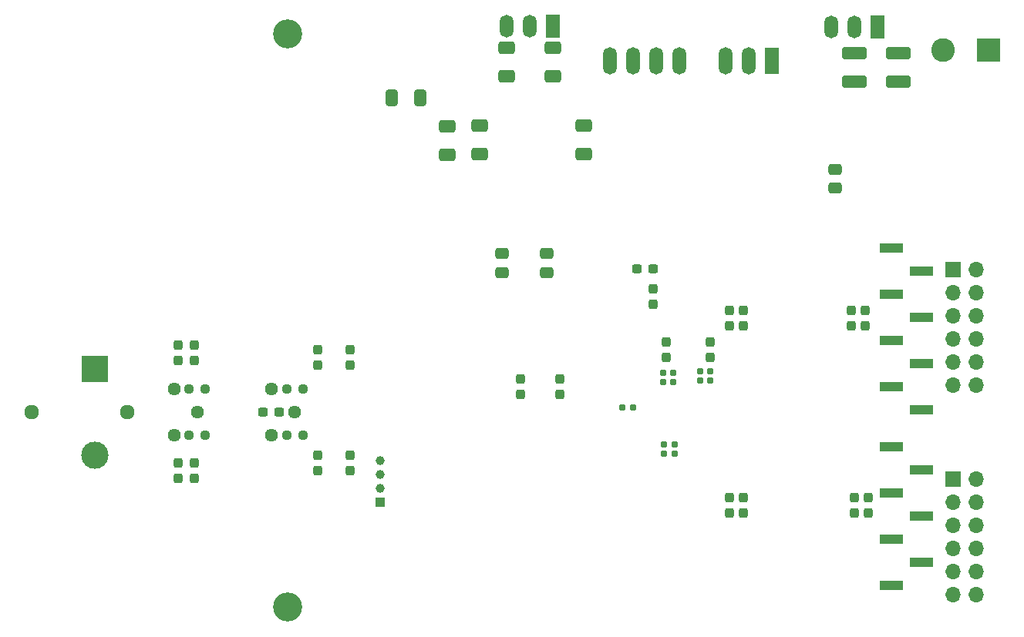
<source format=gbr>
G04 #@! TF.GenerationSoftware,KiCad,Pcbnew,8.0.4*
G04 #@! TF.CreationDate,2024-09-02T12:19:08+02:00*
G04 #@! TF.ProjectId,AD4030-Voltage,41443430-3330-42d5-966f-6c746167652e,rev?*
G04 #@! TF.SameCoordinates,Original*
G04 #@! TF.FileFunction,Soldermask,Bot*
G04 #@! TF.FilePolarity,Negative*
%FSLAX46Y46*%
G04 Gerber Fmt 4.6, Leading zero omitted, Abs format (unit mm)*
G04 Created by KiCad (PCBNEW 8.0.4) date 2024-09-02 12:19:08*
%MOMM*%
%LPD*%
G01*
G04 APERTURE LIST*
G04 Aperture macros list*
%AMRoundRect*
0 Rectangle with rounded corners*
0 $1 Rounding radius*
0 $2 $3 $4 $5 $6 $7 $8 $9 X,Y pos of 4 corners*
0 Add a 4 corners polygon primitive as box body*
4,1,4,$2,$3,$4,$5,$6,$7,$8,$9,$2,$3,0*
0 Add four circle primitives for the rounded corners*
1,1,$1+$1,$2,$3*
1,1,$1+$1,$4,$5*
1,1,$1+$1,$6,$7*
1,1,$1+$1,$8,$9*
0 Add four rect primitives between the rounded corners*
20,1,$1+$1,$2,$3,$4,$5,0*
20,1,$1+$1,$4,$5,$6,$7,0*
20,1,$1+$1,$6,$7,$8,$9,0*
20,1,$1+$1,$8,$9,$2,$3,0*%
%AMFreePoly0*
4,1,29,0.178017,0.779942,0.347107,0.720775,0.498792,0.625465,0.625465,0.498792,0.720775,0.347107,0.779942,0.178017,0.800000,0.000000,0.779942,-0.178017,0.720775,-0.347107,0.625465,-0.498792,0.498792,-0.625465,0.347107,-0.720775,0.178017,-0.779942,0.000000,-0.800000,-0.178017,-0.779942,-0.347107,-0.720775,-0.498792,-0.625465,-0.625465,-0.498792,-0.720775,-0.347107,-0.779942,-0.178017,
-0.800000,0.000000,-0.779942,0.178017,-0.720775,0.347107,-0.625465,0.498792,-0.498792,0.625465,-0.347107,0.720775,-0.178017,0.779942,0.000000,0.800000,0.178017,0.779942,0.178017,0.779942,$1*%
G04 Aperture macros list end*
%ADD10C,1.440000*%
%ADD11R,1.500000X3.000000*%
%ADD12O,1.500000X3.000000*%
%ADD13R,1.000000X1.000000*%
%ADD14C,1.000000*%
%ADD15C,3.200000*%
%ADD16R,2.600000X2.600000*%
%ADD17C,2.600000*%
%ADD18R,1.500000X2.500000*%
%ADD19O,1.500000X2.500000*%
%ADD20R,1.700000X1.700000*%
%ADD21O,1.700000X1.700000*%
%ADD22FreePoly0,270.000000*%
%ADD23R,3.000000X3.000000*%
%ADD24C,3.000000*%
%ADD25RoundRect,0.237500X0.237500X-0.300000X0.237500X0.300000X-0.237500X0.300000X-0.237500X-0.300000X0*%
%ADD26RoundRect,0.160000X-0.197500X-0.160000X0.197500X-0.160000X0.197500X0.160000X-0.197500X0.160000X0*%
%ADD27RoundRect,0.237500X0.250000X0.237500X-0.250000X0.237500X-0.250000X-0.237500X0.250000X-0.237500X0*%
%ADD28RoundRect,0.250000X0.412500X0.650000X-0.412500X0.650000X-0.412500X-0.650000X0.412500X-0.650000X0*%
%ADD29RoundRect,0.155000X0.212500X0.155000X-0.212500X0.155000X-0.212500X-0.155000X0.212500X-0.155000X0*%
%ADD30RoundRect,0.237500X-0.237500X0.300000X-0.237500X-0.300000X0.237500X-0.300000X0.237500X0.300000X0*%
%ADD31RoundRect,0.250000X-0.650000X0.412500X-0.650000X-0.412500X0.650000X-0.412500X0.650000X0.412500X0*%
%ADD32R,2.510000X1.000000*%
%ADD33RoundRect,0.250000X1.100000X-0.412500X1.100000X0.412500X-1.100000X0.412500X-1.100000X-0.412500X0*%
%ADD34RoundRect,0.250000X0.475000X-0.337500X0.475000X0.337500X-0.475000X0.337500X-0.475000X-0.337500X0*%
%ADD35RoundRect,0.237500X-0.250000X-0.237500X0.250000X-0.237500X0.250000X0.237500X-0.250000X0.237500X0*%
%ADD36RoundRect,0.237500X0.300000X0.237500X-0.300000X0.237500X-0.300000X-0.237500X0.300000X-0.237500X0*%
%ADD37RoundRect,0.250000X-0.475000X0.337500X-0.475000X-0.337500X0.475000X-0.337500X0.475000X0.337500X0*%
G04 APERTURE END LIST*
D10*
G04 #@! TO.C,RV201*
X97536000Y-102489000D03*
X100076000Y-105029000D03*
X97536000Y-107569000D03*
G04 #@! TD*
D11*
G04 #@! TO.C,U503*
X163123500Y-66400000D03*
D12*
X160583500Y-66400000D03*
X158043500Y-66400000D03*
X152963500Y-66400000D03*
X150423500Y-66400000D03*
X147883500Y-66400000D03*
X145343500Y-66400000D03*
G04 #@! TD*
D13*
G04 #@! TO.C,K201*
X120142000Y-114935000D03*
D14*
X120142000Y-113415000D03*
X120142000Y-111895000D03*
X120142000Y-110375000D03*
G04 #@! TD*
D15*
G04 #@! TO.C,H102*
X110000000Y-126500000D03*
G04 #@! TD*
D16*
G04 #@! TO.C,J501*
X186904000Y-65227000D03*
D17*
X181904000Y-65227000D03*
G04 #@! TD*
D18*
G04 #@! TO.C,U502*
X174752000Y-62682500D03*
D19*
X172212000Y-62682500D03*
X169672000Y-62682500D03*
G04 #@! TD*
D10*
G04 #@! TO.C,RV202*
X108204000Y-102489000D03*
X110744000Y-105029000D03*
X108204000Y-107569000D03*
G04 #@! TD*
D15*
G04 #@! TO.C,H101*
X110000000Y-63500000D03*
G04 #@! TD*
D18*
G04 #@! TO.C,U507*
X139065000Y-62611000D03*
D19*
X136525000Y-62611000D03*
X133985000Y-62611000D03*
G04 #@! TD*
D20*
G04 #@! TO.C,J403*
X183007000Y-89408000D03*
D21*
X185547000Y-89408000D03*
X183007000Y-91948000D03*
X185547000Y-91948000D03*
X183007000Y-94488000D03*
X185547000Y-94488000D03*
X183007000Y-97028000D03*
X185547000Y-97028000D03*
X183007000Y-99568000D03*
X185547000Y-99568000D03*
X183007000Y-102108000D03*
X185547000Y-102108000D03*
G04 #@! TD*
D22*
G04 #@! TO.C,J201*
X92373000Y-105029000D03*
X81873000Y-105029000D03*
D23*
X88773000Y-100269000D03*
D24*
X88773000Y-109789000D03*
G04 #@! TD*
D20*
G04 #@! TO.C,J404*
X183007000Y-112408000D03*
D21*
X185547000Y-112408000D03*
X183007000Y-114948000D03*
X185547000Y-114948000D03*
X183007000Y-117488000D03*
X185547000Y-117488000D03*
X183007000Y-120028000D03*
X185547000Y-120028000D03*
X183007000Y-122568000D03*
X185547000Y-122568000D03*
X183007000Y-125108000D03*
X185547000Y-125108000D03*
G04 #@! TD*
D25*
G04 #@! TO.C,C229*
X135509000Y-103097500D03*
X135509000Y-101372500D03*
G04 #@! TD*
G04 #@! TO.C,C208*
X116840000Y-99922500D03*
X116840000Y-98197500D03*
G04 #@! TD*
D26*
G04 #@! TO.C,R304*
X146722500Y-104521000D03*
X147917500Y-104521000D03*
G04 #@! TD*
D27*
G04 #@! TO.C,R213*
X111693500Y-102489000D03*
X109868500Y-102489000D03*
G04 #@! TD*
D28*
G04 #@! TO.C,C504*
X124498500Y-70485000D03*
X121373500Y-70485000D03*
G04 #@! TD*
D29*
G04 #@! TO.C,C309*
X152332500Y-100711000D03*
X151197500Y-100711000D03*
G04 #@! TD*
G04 #@! TO.C,C305*
X156396500Y-101600000D03*
X155261500Y-101600000D03*
G04 #@! TD*
D30*
G04 #@! TO.C,C224*
X116840000Y-109754500D03*
X116840000Y-111479500D03*
G04 #@! TD*
D25*
G04 #@! TO.C,C402*
X160020000Y-116178500D03*
X160020000Y-114453500D03*
G04 #@! TD*
D30*
G04 #@! TO.C,C219*
X97917000Y-97689500D03*
X97917000Y-99414500D03*
G04 #@! TD*
D31*
G04 #@! TO.C,C523*
X131064000Y-73589000D03*
X131064000Y-76714000D03*
G04 #@! TD*
D30*
G04 #@! TO.C,C216*
X99695000Y-97689500D03*
X99695000Y-99414500D03*
G04 #@! TD*
D29*
G04 #@! TO.C,C306*
X152332500Y-101727000D03*
X151197500Y-101727000D03*
G04 #@! TD*
D30*
G04 #@! TO.C,C408*
X173355000Y-93879500D03*
X173355000Y-95604500D03*
G04 #@! TD*
G04 #@! TO.C,C215*
X139827000Y-101372500D03*
X139827000Y-103097500D03*
G04 #@! TD*
D32*
G04 #@! TO.C,J402*
X176272000Y-108839000D03*
X179582000Y-111379000D03*
X176272000Y-113919000D03*
X179582000Y-116459000D03*
X176272000Y-118999000D03*
X179582000Y-121539000D03*
X176272000Y-124079000D03*
G04 #@! TD*
D29*
G04 #@! TO.C,C302*
X152459500Y-109601000D03*
X151324500Y-109601000D03*
G04 #@! TD*
D33*
G04 #@! TO.C,C502*
X177038000Y-68745500D03*
X177038000Y-65620500D03*
G04 #@! TD*
D31*
G04 #@! TO.C,C501*
X127508000Y-73621500D03*
X127508000Y-76746500D03*
G04 #@! TD*
G04 #@! TO.C,C522*
X142494000Y-73589000D03*
X142494000Y-76714000D03*
G04 #@! TD*
D30*
G04 #@! TO.C,C217*
X97917000Y-110643500D03*
X97917000Y-112368500D03*
G04 #@! TD*
D31*
G04 #@! TO.C,C514*
X139065000Y-64985500D03*
X139065000Y-68110500D03*
G04 #@! TD*
D33*
G04 #@! TO.C,C506*
X172212000Y-68745500D03*
X172212000Y-65620500D03*
G04 #@! TD*
D30*
G04 #@! TO.C,C312*
X150114000Y-91466500D03*
X150114000Y-93191500D03*
G04 #@! TD*
D29*
G04 #@! TO.C,C304*
X152459500Y-108585000D03*
X151324500Y-108585000D03*
G04 #@! TD*
D30*
G04 #@! TO.C,C404*
X158496000Y-93879500D03*
X158496000Y-95604500D03*
G04 #@! TD*
G04 #@! TO.C,C407*
X171831000Y-93879500D03*
X171831000Y-95604500D03*
G04 #@! TD*
D34*
G04 #@! TO.C,C315*
X133477000Y-89683500D03*
X133477000Y-87608500D03*
G04 #@! TD*
D30*
G04 #@! TO.C,C311*
X151511000Y-97308500D03*
X151511000Y-99033500D03*
G04 #@! TD*
D25*
G04 #@! TO.C,C401*
X158496000Y-116178500D03*
X158496000Y-114453500D03*
G04 #@! TD*
D30*
G04 #@! TO.C,C403*
X160020000Y-93879500D03*
X160020000Y-95604500D03*
G04 #@! TD*
D32*
G04 #@! TO.C,J401*
X176272000Y-86995000D03*
X179582000Y-89535000D03*
X176272000Y-92075000D03*
X179582000Y-94615000D03*
X176272000Y-97155000D03*
X179582000Y-99695000D03*
X176272000Y-102235000D03*
X179582000Y-104775000D03*
G04 #@! TD*
D25*
G04 #@! TO.C,C405*
X173736000Y-116178500D03*
X173736000Y-114453500D03*
G04 #@! TD*
G04 #@! TO.C,C221*
X113284000Y-99922500D03*
X113284000Y-98197500D03*
G04 #@! TD*
D27*
G04 #@! TO.C,R211*
X100943500Y-102474000D03*
X99118500Y-102474000D03*
G04 #@! TD*
D34*
G04 #@! TO.C,C318*
X138430000Y-89683500D03*
X138430000Y-87608500D03*
G04 #@! TD*
D35*
G04 #@! TO.C,R212*
X99118500Y-107554000D03*
X100943500Y-107554000D03*
G04 #@! TD*
D30*
G04 #@! TO.C,C220*
X99695000Y-110643500D03*
X99695000Y-112368500D03*
G04 #@! TD*
D25*
G04 #@! TO.C,C406*
X172212000Y-116178500D03*
X172212000Y-114453500D03*
G04 #@! TD*
D36*
G04 #@! TO.C,C313*
X150087500Y-89281000D03*
X148362500Y-89281000D03*
G04 #@! TD*
G04 #@! TO.C,C225*
X109021500Y-105029000D03*
X107296500Y-105029000D03*
G04 #@! TD*
D25*
G04 #@! TO.C,C317*
X156337000Y-99033500D03*
X156337000Y-97308500D03*
G04 #@! TD*
D35*
G04 #@! TO.C,R214*
X109868500Y-107569000D03*
X111693500Y-107569000D03*
G04 #@! TD*
D30*
G04 #@! TO.C,C211*
X113284000Y-109754500D03*
X113284000Y-111479500D03*
G04 #@! TD*
D31*
G04 #@! TO.C,C516*
X133985000Y-64985500D03*
X133985000Y-68110500D03*
G04 #@! TD*
D37*
G04 #@! TO.C,C515*
X170053000Y-78337500D03*
X170053000Y-80412500D03*
G04 #@! TD*
D29*
G04 #@! TO.C,C303*
X156396500Y-100584000D03*
X155261500Y-100584000D03*
G04 #@! TD*
M02*

</source>
